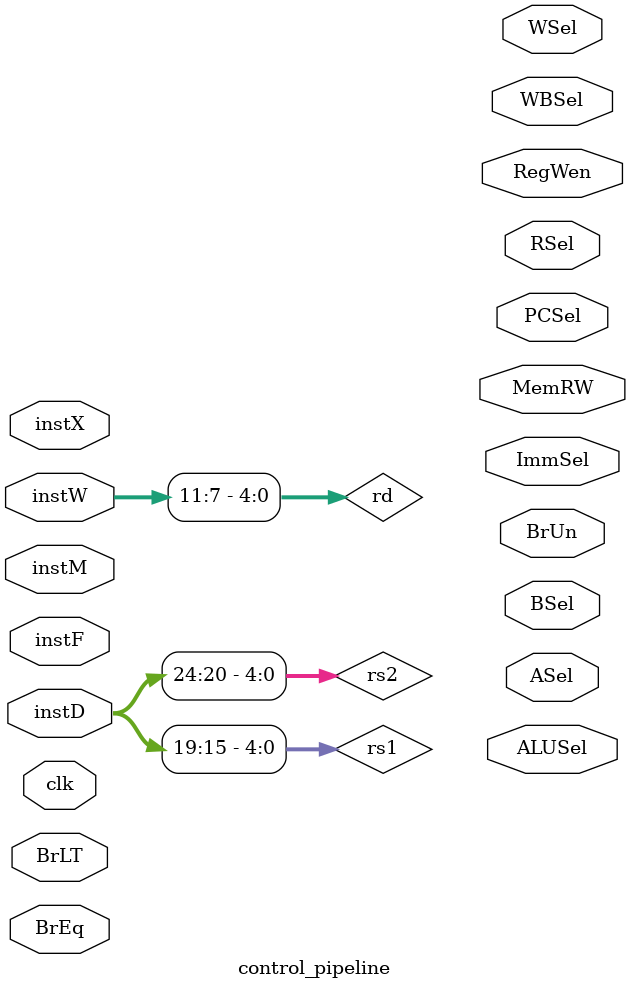
<source format=v>
`timescale 1ns / 1ps


module control_pipeline(
    clk,
    instF,
    instD,
    instX,
    instM,
    instW,
    BrEq,
    BrLT,
    PCSel,
    ImmSel,
    RegWen,
    BrUn,
    BSel,
    ASel,
    ALUSel,
    MemRW,
    WBSel,
    RSel,
    WSel
    );

input clk, BrEq, BrLT;
input [31:0]  instF, instD,  instX, instM, instW;


output reg [3:0] ALUSel;
output reg [2:0] PCSel, ImmSel, RSel, WBSel, ASel, BSel;
output reg [1:0] WSel;
output reg BrUn, RegWen, MemRW;


wire [31:0] pc_sel_F;

/*
    Keep Zone
*/

wire [31:0] pc_in, pc_in_stall, pc_in_branch_predict, pc_in_branch_correct , pc_out_branch_predict, pc_out_branch_correct, jal_pc, jal_imm;
wire [31:0] pc_out, pc_plus4_out, pc_plus4_out_M;
wire [4:0] rs1, rs2, rd;
wire [31:0] rs1_out, rs2_out, imm_out, alumux1_out, alumux2_out, aluout, dmem_out, wb_out;
wire [31:0] instF, alutargetout;
wire br_eq, br_lt, regfilemux_sel, cmpop, alumux1_sel, alumux2_sel, dmem_sel;
wire [2:0] imm_sel, pcmux_sel, RSel_ctl;
wire [3:0] aluop;
wire [1:0] wbmux_sel, ASrc, BSrc, WSel_ctl;

parameter IMM_J_TYPE = 3'd4;
parameter ADD = 0;


/*
    Pipeline
*/
reg stallD, stallX, stallM, stallW, stall_wait;
reg killF, killD, killX, killM, killW, kill_wait;
wire killF_next, killD_next, killX_next, killM_next, killW_next, kill_en_next;

wire stall, pc_true, branch_en, branch_correct, predict_fail;

assign rs1 = instD[19:15];
assign rs2 = instD[24:20];
assign rd = instW[11:7];

/*    Pipeline Control   */

kill      kill(.instF(instF), .instD(instD), .instX(instX), .instM(instM), .instW(instW), .predict_fail(predict_fail),
                .in_killF(killF), .in_killD(killD), .in_killX(killD), .in_killM(killM), .in_killW(killW),
                .killF_next(killF_next), .killD_next(killD_next), .killX_next(killX_next), .killM_next(killM_next), .killW_next(killW_next), .kill_en_next(kill_en_next)
            );
stall_bypass stall_bypass(/*.instF(instF), */.instD(instD), .instE(instX),/* .instM(instM), */.instW(instW), .alumux1(alumux1_sel), .alumux2(alumux2_sel),
                .ASrc(ASrc), .BSrc(BSrc), .stall(stall)
            );
static_branch branch_predict(
    .instD(instD),
    .instE(instX),
    .pcmux_sel_X(pc_true),
    .pcmux_sel_F(pc_sel_F),
    .predict_fail(predict_fail),
    .pcmux_sel_out(pcmux_sel)
    );

control   ControlF(.inst(instF), .PCSel(pc_sel_F));
control   ControlD(.inst(instD));
control   ControlX(.inst(instX), .BrEq(br_eq), .BrLT(br_lt), .PCSel(pc_true), .ImmSel(imm_sel), .BrUn(cmpop), .BSel(alumux2_sel), .ASel(alumux1_sel), .ALUSel(aluop));
control   ControlM(.inst(instM), .MemRW(dmem_sel), .WBSel(wbmux_sel), .RSel(RSel_ctl), .WSel(WSel_ctl));
control   ControlW(.inst(instW), .RegWen(regfilemux_sel));

// pipeline reg
always @(posedge clk)
begin

    stall_wait <= stall;
    stallD <= stall_wait; 
    stallX <= stallD;
    stallM <= stallX;
    stallW <= stallM;

    // kill
    if (kill_en_next) begin
        killF <= killF_next;
        killD <= killD_next;
        killX <= killX_next;
        killM <= killM_next;
        killW <= killW_next;
    end else begin
        killF <= 1'b0;
        killD <= killF;
        killX <= killD;
        killM <= killX;
        killW <= killM;
    end
end

/*
    Initial 
*/
initial begin
    
    // // stall signal
    // stallD <= 0; 
    // stallX <= 0;
    // stallM <= 0;
    // stallW <= 0;
    // stall_wait <= 0;

    // // kill signal
    // killF <= 0;
    // killD <= 0;
    // killX <= 0;
    // killM <= 0;
    // killW <= 0;
    // kill_wait <= 0;
    // 
end

endmodule

</source>
